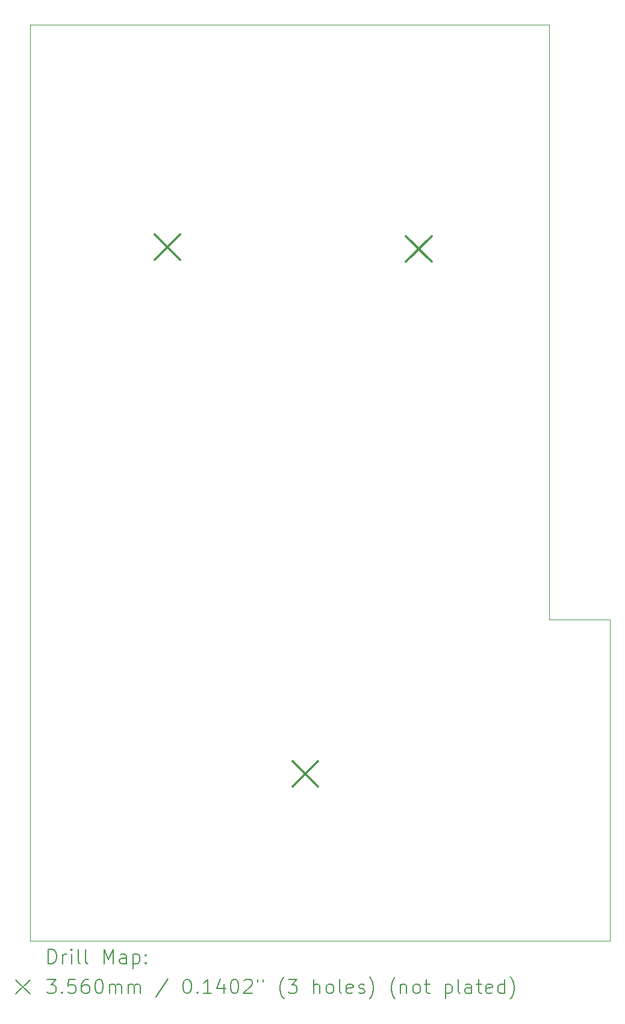
<source format=gbr>
%TF.GenerationSoftware,KiCad,Pcbnew,7.0.10*%
%TF.CreationDate,2024-05-29T19:02:38+08:00*%
%TF.ProjectId,toilet_monitoring_unit,746f696c-6574-45f6-9d6f-6e69746f7269,rev?*%
%TF.SameCoordinates,Original*%
%TF.FileFunction,Drillmap*%
%TF.FilePolarity,Positive*%
%FSLAX45Y45*%
G04 Gerber Fmt 4.5, Leading zero omitted, Abs format (unit mm)*
G04 Created by KiCad (PCBNEW 7.0.10) date 2024-05-29 19:02:38*
%MOMM*%
%LPD*%
G01*
G04 APERTURE LIST*
%ADD10C,0.100000*%
%ADD11C,0.200000*%
%ADD12C,0.356000*%
G04 APERTURE END LIST*
D10*
X15600000Y-14877500D02*
X15600000Y-15575000D01*
X14747500Y-3375000D02*
X7447500Y-3375000D01*
X15600000Y-16250000D02*
X7447500Y-16250000D01*
X7447500Y-14877500D02*
X7447500Y-16250000D01*
X7447500Y-3375000D02*
X7447500Y-13745160D01*
X15600000Y-11735000D02*
X14747500Y-11735000D01*
X7447500Y-13745160D02*
X7447500Y-14877500D01*
X14747500Y-11735000D02*
X14747500Y-3375000D01*
X15600000Y-14877500D02*
X15600000Y-11735000D01*
X15600000Y-15575000D02*
X15600000Y-16250000D01*
D11*
D12*
X9196000Y-6322000D02*
X9552000Y-6678000D01*
X9552000Y-6322000D02*
X9196000Y-6678000D01*
X11141000Y-13722000D02*
X11497000Y-14078000D01*
X11497000Y-13722000D02*
X11141000Y-14078000D01*
X12733500Y-6349500D02*
X13089500Y-6705500D01*
X13089500Y-6349500D02*
X12733500Y-6705500D01*
D11*
X7703277Y-16566484D02*
X7703277Y-16366484D01*
X7703277Y-16366484D02*
X7750896Y-16366484D01*
X7750896Y-16366484D02*
X7779467Y-16376008D01*
X7779467Y-16376008D02*
X7798515Y-16395055D01*
X7798515Y-16395055D02*
X7808039Y-16414103D01*
X7808039Y-16414103D02*
X7817562Y-16452198D01*
X7817562Y-16452198D02*
X7817562Y-16480769D01*
X7817562Y-16480769D02*
X7808039Y-16518865D01*
X7808039Y-16518865D02*
X7798515Y-16537912D01*
X7798515Y-16537912D02*
X7779467Y-16556960D01*
X7779467Y-16556960D02*
X7750896Y-16566484D01*
X7750896Y-16566484D02*
X7703277Y-16566484D01*
X7903277Y-16566484D02*
X7903277Y-16433150D01*
X7903277Y-16471246D02*
X7912801Y-16452198D01*
X7912801Y-16452198D02*
X7922324Y-16442674D01*
X7922324Y-16442674D02*
X7941372Y-16433150D01*
X7941372Y-16433150D02*
X7960420Y-16433150D01*
X8027086Y-16566484D02*
X8027086Y-16433150D01*
X8027086Y-16366484D02*
X8017562Y-16376008D01*
X8017562Y-16376008D02*
X8027086Y-16385531D01*
X8027086Y-16385531D02*
X8036610Y-16376008D01*
X8036610Y-16376008D02*
X8027086Y-16366484D01*
X8027086Y-16366484D02*
X8027086Y-16385531D01*
X8150896Y-16566484D02*
X8131848Y-16556960D01*
X8131848Y-16556960D02*
X8122324Y-16537912D01*
X8122324Y-16537912D02*
X8122324Y-16366484D01*
X8255658Y-16566484D02*
X8236610Y-16556960D01*
X8236610Y-16556960D02*
X8227086Y-16537912D01*
X8227086Y-16537912D02*
X8227086Y-16366484D01*
X8484229Y-16566484D02*
X8484229Y-16366484D01*
X8484229Y-16366484D02*
X8550896Y-16509341D01*
X8550896Y-16509341D02*
X8617563Y-16366484D01*
X8617563Y-16366484D02*
X8617563Y-16566484D01*
X8798515Y-16566484D02*
X8798515Y-16461722D01*
X8798515Y-16461722D02*
X8788991Y-16442674D01*
X8788991Y-16442674D02*
X8769944Y-16433150D01*
X8769944Y-16433150D02*
X8731848Y-16433150D01*
X8731848Y-16433150D02*
X8712801Y-16442674D01*
X8798515Y-16556960D02*
X8779467Y-16566484D01*
X8779467Y-16566484D02*
X8731848Y-16566484D01*
X8731848Y-16566484D02*
X8712801Y-16556960D01*
X8712801Y-16556960D02*
X8703277Y-16537912D01*
X8703277Y-16537912D02*
X8703277Y-16518865D01*
X8703277Y-16518865D02*
X8712801Y-16499817D01*
X8712801Y-16499817D02*
X8731848Y-16490293D01*
X8731848Y-16490293D02*
X8779467Y-16490293D01*
X8779467Y-16490293D02*
X8798515Y-16480769D01*
X8893753Y-16433150D02*
X8893753Y-16633150D01*
X8893753Y-16442674D02*
X8912801Y-16433150D01*
X8912801Y-16433150D02*
X8950896Y-16433150D01*
X8950896Y-16433150D02*
X8969944Y-16442674D01*
X8969944Y-16442674D02*
X8979467Y-16452198D01*
X8979467Y-16452198D02*
X8988991Y-16471246D01*
X8988991Y-16471246D02*
X8988991Y-16528388D01*
X8988991Y-16528388D02*
X8979467Y-16547436D01*
X8979467Y-16547436D02*
X8969944Y-16556960D01*
X8969944Y-16556960D02*
X8950896Y-16566484D01*
X8950896Y-16566484D02*
X8912801Y-16566484D01*
X8912801Y-16566484D02*
X8893753Y-16556960D01*
X9074705Y-16547436D02*
X9084229Y-16556960D01*
X9084229Y-16556960D02*
X9074705Y-16566484D01*
X9074705Y-16566484D02*
X9065182Y-16556960D01*
X9065182Y-16556960D02*
X9074705Y-16547436D01*
X9074705Y-16547436D02*
X9074705Y-16566484D01*
X9074705Y-16442674D02*
X9084229Y-16452198D01*
X9084229Y-16452198D02*
X9074705Y-16461722D01*
X9074705Y-16461722D02*
X9065182Y-16452198D01*
X9065182Y-16452198D02*
X9074705Y-16442674D01*
X9074705Y-16442674D02*
X9074705Y-16461722D01*
X7242500Y-16795000D02*
X7442500Y-16995000D01*
X7442500Y-16795000D02*
X7242500Y-16995000D01*
X7684229Y-16786484D02*
X7808039Y-16786484D01*
X7808039Y-16786484D02*
X7741372Y-16862674D01*
X7741372Y-16862674D02*
X7769943Y-16862674D01*
X7769943Y-16862674D02*
X7788991Y-16872198D01*
X7788991Y-16872198D02*
X7798515Y-16881722D01*
X7798515Y-16881722D02*
X7808039Y-16900770D01*
X7808039Y-16900770D02*
X7808039Y-16948389D01*
X7808039Y-16948389D02*
X7798515Y-16967436D01*
X7798515Y-16967436D02*
X7788991Y-16976960D01*
X7788991Y-16976960D02*
X7769943Y-16986484D01*
X7769943Y-16986484D02*
X7712801Y-16986484D01*
X7712801Y-16986484D02*
X7693753Y-16976960D01*
X7693753Y-16976960D02*
X7684229Y-16967436D01*
X7893753Y-16967436D02*
X7903277Y-16976960D01*
X7903277Y-16976960D02*
X7893753Y-16986484D01*
X7893753Y-16986484D02*
X7884229Y-16976960D01*
X7884229Y-16976960D02*
X7893753Y-16967436D01*
X7893753Y-16967436D02*
X7893753Y-16986484D01*
X8084229Y-16786484D02*
X7988991Y-16786484D01*
X7988991Y-16786484D02*
X7979467Y-16881722D01*
X7979467Y-16881722D02*
X7988991Y-16872198D01*
X7988991Y-16872198D02*
X8008039Y-16862674D01*
X8008039Y-16862674D02*
X8055658Y-16862674D01*
X8055658Y-16862674D02*
X8074705Y-16872198D01*
X8074705Y-16872198D02*
X8084229Y-16881722D01*
X8084229Y-16881722D02*
X8093753Y-16900770D01*
X8093753Y-16900770D02*
X8093753Y-16948389D01*
X8093753Y-16948389D02*
X8084229Y-16967436D01*
X8084229Y-16967436D02*
X8074705Y-16976960D01*
X8074705Y-16976960D02*
X8055658Y-16986484D01*
X8055658Y-16986484D02*
X8008039Y-16986484D01*
X8008039Y-16986484D02*
X7988991Y-16976960D01*
X7988991Y-16976960D02*
X7979467Y-16967436D01*
X8265182Y-16786484D02*
X8227086Y-16786484D01*
X8227086Y-16786484D02*
X8208039Y-16796008D01*
X8208039Y-16796008D02*
X8198515Y-16805531D01*
X8198515Y-16805531D02*
X8179467Y-16834103D01*
X8179467Y-16834103D02*
X8169943Y-16872198D01*
X8169943Y-16872198D02*
X8169943Y-16948389D01*
X8169943Y-16948389D02*
X8179467Y-16967436D01*
X8179467Y-16967436D02*
X8188991Y-16976960D01*
X8188991Y-16976960D02*
X8208039Y-16986484D01*
X8208039Y-16986484D02*
X8246134Y-16986484D01*
X8246134Y-16986484D02*
X8265182Y-16976960D01*
X8265182Y-16976960D02*
X8274705Y-16967436D01*
X8274705Y-16967436D02*
X8284229Y-16948389D01*
X8284229Y-16948389D02*
X8284229Y-16900770D01*
X8284229Y-16900770D02*
X8274705Y-16881722D01*
X8274705Y-16881722D02*
X8265182Y-16872198D01*
X8265182Y-16872198D02*
X8246134Y-16862674D01*
X8246134Y-16862674D02*
X8208039Y-16862674D01*
X8208039Y-16862674D02*
X8188991Y-16872198D01*
X8188991Y-16872198D02*
X8179467Y-16881722D01*
X8179467Y-16881722D02*
X8169943Y-16900770D01*
X8408039Y-16786484D02*
X8427086Y-16786484D01*
X8427086Y-16786484D02*
X8446134Y-16796008D01*
X8446134Y-16796008D02*
X8455658Y-16805531D01*
X8455658Y-16805531D02*
X8465182Y-16824579D01*
X8465182Y-16824579D02*
X8474705Y-16862674D01*
X8474705Y-16862674D02*
X8474705Y-16910293D01*
X8474705Y-16910293D02*
X8465182Y-16948389D01*
X8465182Y-16948389D02*
X8455658Y-16967436D01*
X8455658Y-16967436D02*
X8446134Y-16976960D01*
X8446134Y-16976960D02*
X8427086Y-16986484D01*
X8427086Y-16986484D02*
X8408039Y-16986484D01*
X8408039Y-16986484D02*
X8388991Y-16976960D01*
X8388991Y-16976960D02*
X8379467Y-16967436D01*
X8379467Y-16967436D02*
X8369943Y-16948389D01*
X8369943Y-16948389D02*
X8360420Y-16910293D01*
X8360420Y-16910293D02*
X8360420Y-16862674D01*
X8360420Y-16862674D02*
X8369943Y-16824579D01*
X8369943Y-16824579D02*
X8379467Y-16805531D01*
X8379467Y-16805531D02*
X8388991Y-16796008D01*
X8388991Y-16796008D02*
X8408039Y-16786484D01*
X8560420Y-16986484D02*
X8560420Y-16853150D01*
X8560420Y-16872198D02*
X8569944Y-16862674D01*
X8569944Y-16862674D02*
X8588991Y-16853150D01*
X8588991Y-16853150D02*
X8617563Y-16853150D01*
X8617563Y-16853150D02*
X8636610Y-16862674D01*
X8636610Y-16862674D02*
X8646134Y-16881722D01*
X8646134Y-16881722D02*
X8646134Y-16986484D01*
X8646134Y-16881722D02*
X8655658Y-16862674D01*
X8655658Y-16862674D02*
X8674705Y-16853150D01*
X8674705Y-16853150D02*
X8703277Y-16853150D01*
X8703277Y-16853150D02*
X8722325Y-16862674D01*
X8722325Y-16862674D02*
X8731848Y-16881722D01*
X8731848Y-16881722D02*
X8731848Y-16986484D01*
X8827086Y-16986484D02*
X8827086Y-16853150D01*
X8827086Y-16872198D02*
X8836610Y-16862674D01*
X8836610Y-16862674D02*
X8855658Y-16853150D01*
X8855658Y-16853150D02*
X8884229Y-16853150D01*
X8884229Y-16853150D02*
X8903277Y-16862674D01*
X8903277Y-16862674D02*
X8912801Y-16881722D01*
X8912801Y-16881722D02*
X8912801Y-16986484D01*
X8912801Y-16881722D02*
X8922325Y-16862674D01*
X8922325Y-16862674D02*
X8941372Y-16853150D01*
X8941372Y-16853150D02*
X8969944Y-16853150D01*
X8969944Y-16853150D02*
X8988991Y-16862674D01*
X8988991Y-16862674D02*
X8998515Y-16881722D01*
X8998515Y-16881722D02*
X8998515Y-16986484D01*
X9388991Y-16776960D02*
X9217563Y-17034103D01*
X9646134Y-16786484D02*
X9665182Y-16786484D01*
X9665182Y-16786484D02*
X9684229Y-16796008D01*
X9684229Y-16796008D02*
X9693753Y-16805531D01*
X9693753Y-16805531D02*
X9703277Y-16824579D01*
X9703277Y-16824579D02*
X9712801Y-16862674D01*
X9712801Y-16862674D02*
X9712801Y-16910293D01*
X9712801Y-16910293D02*
X9703277Y-16948389D01*
X9703277Y-16948389D02*
X9693753Y-16967436D01*
X9693753Y-16967436D02*
X9684229Y-16976960D01*
X9684229Y-16976960D02*
X9665182Y-16986484D01*
X9665182Y-16986484D02*
X9646134Y-16986484D01*
X9646134Y-16986484D02*
X9627087Y-16976960D01*
X9627087Y-16976960D02*
X9617563Y-16967436D01*
X9617563Y-16967436D02*
X9608039Y-16948389D01*
X9608039Y-16948389D02*
X9598515Y-16910293D01*
X9598515Y-16910293D02*
X9598515Y-16862674D01*
X9598515Y-16862674D02*
X9608039Y-16824579D01*
X9608039Y-16824579D02*
X9617563Y-16805531D01*
X9617563Y-16805531D02*
X9627087Y-16796008D01*
X9627087Y-16796008D02*
X9646134Y-16786484D01*
X9798515Y-16967436D02*
X9808039Y-16976960D01*
X9808039Y-16976960D02*
X9798515Y-16986484D01*
X9798515Y-16986484D02*
X9788991Y-16976960D01*
X9788991Y-16976960D02*
X9798515Y-16967436D01*
X9798515Y-16967436D02*
X9798515Y-16986484D01*
X9998515Y-16986484D02*
X9884229Y-16986484D01*
X9941372Y-16986484D02*
X9941372Y-16786484D01*
X9941372Y-16786484D02*
X9922325Y-16815055D01*
X9922325Y-16815055D02*
X9903277Y-16834103D01*
X9903277Y-16834103D02*
X9884229Y-16843627D01*
X10169944Y-16853150D02*
X10169944Y-16986484D01*
X10122325Y-16776960D02*
X10074706Y-16919817D01*
X10074706Y-16919817D02*
X10198515Y-16919817D01*
X10312801Y-16786484D02*
X10331849Y-16786484D01*
X10331849Y-16786484D02*
X10350896Y-16796008D01*
X10350896Y-16796008D02*
X10360420Y-16805531D01*
X10360420Y-16805531D02*
X10369944Y-16824579D01*
X10369944Y-16824579D02*
X10379468Y-16862674D01*
X10379468Y-16862674D02*
X10379468Y-16910293D01*
X10379468Y-16910293D02*
X10369944Y-16948389D01*
X10369944Y-16948389D02*
X10360420Y-16967436D01*
X10360420Y-16967436D02*
X10350896Y-16976960D01*
X10350896Y-16976960D02*
X10331849Y-16986484D01*
X10331849Y-16986484D02*
X10312801Y-16986484D01*
X10312801Y-16986484D02*
X10293753Y-16976960D01*
X10293753Y-16976960D02*
X10284229Y-16967436D01*
X10284229Y-16967436D02*
X10274706Y-16948389D01*
X10274706Y-16948389D02*
X10265182Y-16910293D01*
X10265182Y-16910293D02*
X10265182Y-16862674D01*
X10265182Y-16862674D02*
X10274706Y-16824579D01*
X10274706Y-16824579D02*
X10284229Y-16805531D01*
X10284229Y-16805531D02*
X10293753Y-16796008D01*
X10293753Y-16796008D02*
X10312801Y-16786484D01*
X10455658Y-16805531D02*
X10465182Y-16796008D01*
X10465182Y-16796008D02*
X10484229Y-16786484D01*
X10484229Y-16786484D02*
X10531849Y-16786484D01*
X10531849Y-16786484D02*
X10550896Y-16796008D01*
X10550896Y-16796008D02*
X10560420Y-16805531D01*
X10560420Y-16805531D02*
X10569944Y-16824579D01*
X10569944Y-16824579D02*
X10569944Y-16843627D01*
X10569944Y-16843627D02*
X10560420Y-16872198D01*
X10560420Y-16872198D02*
X10446134Y-16986484D01*
X10446134Y-16986484D02*
X10569944Y-16986484D01*
X10646134Y-16786484D02*
X10646134Y-16824579D01*
X10722325Y-16786484D02*
X10722325Y-16824579D01*
X11017563Y-17062674D02*
X11008039Y-17053150D01*
X11008039Y-17053150D02*
X10988991Y-17024579D01*
X10988991Y-17024579D02*
X10979468Y-17005531D01*
X10979468Y-17005531D02*
X10969944Y-16976960D01*
X10969944Y-16976960D02*
X10960420Y-16929341D01*
X10960420Y-16929341D02*
X10960420Y-16891246D01*
X10960420Y-16891246D02*
X10969944Y-16843627D01*
X10969944Y-16843627D02*
X10979468Y-16815055D01*
X10979468Y-16815055D02*
X10988991Y-16796008D01*
X10988991Y-16796008D02*
X11008039Y-16767436D01*
X11008039Y-16767436D02*
X11017563Y-16757912D01*
X11074706Y-16786484D02*
X11198515Y-16786484D01*
X11198515Y-16786484D02*
X11131849Y-16862674D01*
X11131849Y-16862674D02*
X11160420Y-16862674D01*
X11160420Y-16862674D02*
X11179468Y-16872198D01*
X11179468Y-16872198D02*
X11188991Y-16881722D01*
X11188991Y-16881722D02*
X11198515Y-16900770D01*
X11198515Y-16900770D02*
X11198515Y-16948389D01*
X11198515Y-16948389D02*
X11188991Y-16967436D01*
X11188991Y-16967436D02*
X11179468Y-16976960D01*
X11179468Y-16976960D02*
X11160420Y-16986484D01*
X11160420Y-16986484D02*
X11103277Y-16986484D01*
X11103277Y-16986484D02*
X11084230Y-16976960D01*
X11084230Y-16976960D02*
X11074706Y-16967436D01*
X11436610Y-16986484D02*
X11436610Y-16786484D01*
X11522325Y-16986484D02*
X11522325Y-16881722D01*
X11522325Y-16881722D02*
X11512801Y-16862674D01*
X11512801Y-16862674D02*
X11493753Y-16853150D01*
X11493753Y-16853150D02*
X11465182Y-16853150D01*
X11465182Y-16853150D02*
X11446134Y-16862674D01*
X11446134Y-16862674D02*
X11436610Y-16872198D01*
X11646134Y-16986484D02*
X11627087Y-16976960D01*
X11627087Y-16976960D02*
X11617563Y-16967436D01*
X11617563Y-16967436D02*
X11608039Y-16948389D01*
X11608039Y-16948389D02*
X11608039Y-16891246D01*
X11608039Y-16891246D02*
X11617563Y-16872198D01*
X11617563Y-16872198D02*
X11627087Y-16862674D01*
X11627087Y-16862674D02*
X11646134Y-16853150D01*
X11646134Y-16853150D02*
X11674706Y-16853150D01*
X11674706Y-16853150D02*
X11693753Y-16862674D01*
X11693753Y-16862674D02*
X11703277Y-16872198D01*
X11703277Y-16872198D02*
X11712801Y-16891246D01*
X11712801Y-16891246D02*
X11712801Y-16948389D01*
X11712801Y-16948389D02*
X11703277Y-16967436D01*
X11703277Y-16967436D02*
X11693753Y-16976960D01*
X11693753Y-16976960D02*
X11674706Y-16986484D01*
X11674706Y-16986484D02*
X11646134Y-16986484D01*
X11827087Y-16986484D02*
X11808039Y-16976960D01*
X11808039Y-16976960D02*
X11798515Y-16957912D01*
X11798515Y-16957912D02*
X11798515Y-16786484D01*
X11979468Y-16976960D02*
X11960420Y-16986484D01*
X11960420Y-16986484D02*
X11922325Y-16986484D01*
X11922325Y-16986484D02*
X11903277Y-16976960D01*
X11903277Y-16976960D02*
X11893753Y-16957912D01*
X11893753Y-16957912D02*
X11893753Y-16881722D01*
X11893753Y-16881722D02*
X11903277Y-16862674D01*
X11903277Y-16862674D02*
X11922325Y-16853150D01*
X11922325Y-16853150D02*
X11960420Y-16853150D01*
X11960420Y-16853150D02*
X11979468Y-16862674D01*
X11979468Y-16862674D02*
X11988991Y-16881722D01*
X11988991Y-16881722D02*
X11988991Y-16900770D01*
X11988991Y-16900770D02*
X11893753Y-16919817D01*
X12065182Y-16976960D02*
X12084230Y-16986484D01*
X12084230Y-16986484D02*
X12122325Y-16986484D01*
X12122325Y-16986484D02*
X12141372Y-16976960D01*
X12141372Y-16976960D02*
X12150896Y-16957912D01*
X12150896Y-16957912D02*
X12150896Y-16948389D01*
X12150896Y-16948389D02*
X12141372Y-16929341D01*
X12141372Y-16929341D02*
X12122325Y-16919817D01*
X12122325Y-16919817D02*
X12093753Y-16919817D01*
X12093753Y-16919817D02*
X12074706Y-16910293D01*
X12074706Y-16910293D02*
X12065182Y-16891246D01*
X12065182Y-16891246D02*
X12065182Y-16881722D01*
X12065182Y-16881722D02*
X12074706Y-16862674D01*
X12074706Y-16862674D02*
X12093753Y-16853150D01*
X12093753Y-16853150D02*
X12122325Y-16853150D01*
X12122325Y-16853150D02*
X12141372Y-16862674D01*
X12217563Y-17062674D02*
X12227087Y-17053150D01*
X12227087Y-17053150D02*
X12246134Y-17024579D01*
X12246134Y-17024579D02*
X12255658Y-17005531D01*
X12255658Y-17005531D02*
X12265182Y-16976960D01*
X12265182Y-16976960D02*
X12274706Y-16929341D01*
X12274706Y-16929341D02*
X12274706Y-16891246D01*
X12274706Y-16891246D02*
X12265182Y-16843627D01*
X12265182Y-16843627D02*
X12255658Y-16815055D01*
X12255658Y-16815055D02*
X12246134Y-16796008D01*
X12246134Y-16796008D02*
X12227087Y-16767436D01*
X12227087Y-16767436D02*
X12217563Y-16757912D01*
X12579468Y-17062674D02*
X12569944Y-17053150D01*
X12569944Y-17053150D02*
X12550896Y-17024579D01*
X12550896Y-17024579D02*
X12541372Y-17005531D01*
X12541372Y-17005531D02*
X12531849Y-16976960D01*
X12531849Y-16976960D02*
X12522325Y-16929341D01*
X12522325Y-16929341D02*
X12522325Y-16891246D01*
X12522325Y-16891246D02*
X12531849Y-16843627D01*
X12531849Y-16843627D02*
X12541372Y-16815055D01*
X12541372Y-16815055D02*
X12550896Y-16796008D01*
X12550896Y-16796008D02*
X12569944Y-16767436D01*
X12569944Y-16767436D02*
X12579468Y-16757912D01*
X12655658Y-16853150D02*
X12655658Y-16986484D01*
X12655658Y-16872198D02*
X12665182Y-16862674D01*
X12665182Y-16862674D02*
X12684230Y-16853150D01*
X12684230Y-16853150D02*
X12712801Y-16853150D01*
X12712801Y-16853150D02*
X12731849Y-16862674D01*
X12731849Y-16862674D02*
X12741372Y-16881722D01*
X12741372Y-16881722D02*
X12741372Y-16986484D01*
X12865182Y-16986484D02*
X12846134Y-16976960D01*
X12846134Y-16976960D02*
X12836611Y-16967436D01*
X12836611Y-16967436D02*
X12827087Y-16948389D01*
X12827087Y-16948389D02*
X12827087Y-16891246D01*
X12827087Y-16891246D02*
X12836611Y-16872198D01*
X12836611Y-16872198D02*
X12846134Y-16862674D01*
X12846134Y-16862674D02*
X12865182Y-16853150D01*
X12865182Y-16853150D02*
X12893753Y-16853150D01*
X12893753Y-16853150D02*
X12912801Y-16862674D01*
X12912801Y-16862674D02*
X12922325Y-16872198D01*
X12922325Y-16872198D02*
X12931849Y-16891246D01*
X12931849Y-16891246D02*
X12931849Y-16948389D01*
X12931849Y-16948389D02*
X12922325Y-16967436D01*
X12922325Y-16967436D02*
X12912801Y-16976960D01*
X12912801Y-16976960D02*
X12893753Y-16986484D01*
X12893753Y-16986484D02*
X12865182Y-16986484D01*
X12988992Y-16853150D02*
X13065182Y-16853150D01*
X13017563Y-16786484D02*
X13017563Y-16957912D01*
X13017563Y-16957912D02*
X13027087Y-16976960D01*
X13027087Y-16976960D02*
X13046134Y-16986484D01*
X13046134Y-16986484D02*
X13065182Y-16986484D01*
X13284230Y-16853150D02*
X13284230Y-17053150D01*
X13284230Y-16862674D02*
X13303277Y-16853150D01*
X13303277Y-16853150D02*
X13341373Y-16853150D01*
X13341373Y-16853150D02*
X13360420Y-16862674D01*
X13360420Y-16862674D02*
X13369944Y-16872198D01*
X13369944Y-16872198D02*
X13379468Y-16891246D01*
X13379468Y-16891246D02*
X13379468Y-16948389D01*
X13379468Y-16948389D02*
X13369944Y-16967436D01*
X13369944Y-16967436D02*
X13360420Y-16976960D01*
X13360420Y-16976960D02*
X13341373Y-16986484D01*
X13341373Y-16986484D02*
X13303277Y-16986484D01*
X13303277Y-16986484D02*
X13284230Y-16976960D01*
X13493753Y-16986484D02*
X13474706Y-16976960D01*
X13474706Y-16976960D02*
X13465182Y-16957912D01*
X13465182Y-16957912D02*
X13465182Y-16786484D01*
X13655658Y-16986484D02*
X13655658Y-16881722D01*
X13655658Y-16881722D02*
X13646134Y-16862674D01*
X13646134Y-16862674D02*
X13627087Y-16853150D01*
X13627087Y-16853150D02*
X13588992Y-16853150D01*
X13588992Y-16853150D02*
X13569944Y-16862674D01*
X13655658Y-16976960D02*
X13636611Y-16986484D01*
X13636611Y-16986484D02*
X13588992Y-16986484D01*
X13588992Y-16986484D02*
X13569944Y-16976960D01*
X13569944Y-16976960D02*
X13560420Y-16957912D01*
X13560420Y-16957912D02*
X13560420Y-16938865D01*
X13560420Y-16938865D02*
X13569944Y-16919817D01*
X13569944Y-16919817D02*
X13588992Y-16910293D01*
X13588992Y-16910293D02*
X13636611Y-16910293D01*
X13636611Y-16910293D02*
X13655658Y-16900770D01*
X13722325Y-16853150D02*
X13798515Y-16853150D01*
X13750896Y-16786484D02*
X13750896Y-16957912D01*
X13750896Y-16957912D02*
X13760420Y-16976960D01*
X13760420Y-16976960D02*
X13779468Y-16986484D01*
X13779468Y-16986484D02*
X13798515Y-16986484D01*
X13941373Y-16976960D02*
X13922325Y-16986484D01*
X13922325Y-16986484D02*
X13884230Y-16986484D01*
X13884230Y-16986484D02*
X13865182Y-16976960D01*
X13865182Y-16976960D02*
X13855658Y-16957912D01*
X13855658Y-16957912D02*
X13855658Y-16881722D01*
X13855658Y-16881722D02*
X13865182Y-16862674D01*
X13865182Y-16862674D02*
X13884230Y-16853150D01*
X13884230Y-16853150D02*
X13922325Y-16853150D01*
X13922325Y-16853150D02*
X13941373Y-16862674D01*
X13941373Y-16862674D02*
X13950896Y-16881722D01*
X13950896Y-16881722D02*
X13950896Y-16900770D01*
X13950896Y-16900770D02*
X13855658Y-16919817D01*
X14122325Y-16986484D02*
X14122325Y-16786484D01*
X14122325Y-16976960D02*
X14103277Y-16986484D01*
X14103277Y-16986484D02*
X14065182Y-16986484D01*
X14065182Y-16986484D02*
X14046134Y-16976960D01*
X14046134Y-16976960D02*
X14036611Y-16967436D01*
X14036611Y-16967436D02*
X14027087Y-16948389D01*
X14027087Y-16948389D02*
X14027087Y-16891246D01*
X14027087Y-16891246D02*
X14036611Y-16872198D01*
X14036611Y-16872198D02*
X14046134Y-16862674D01*
X14046134Y-16862674D02*
X14065182Y-16853150D01*
X14065182Y-16853150D02*
X14103277Y-16853150D01*
X14103277Y-16853150D02*
X14122325Y-16862674D01*
X14198515Y-17062674D02*
X14208039Y-17053150D01*
X14208039Y-17053150D02*
X14227087Y-17024579D01*
X14227087Y-17024579D02*
X14236611Y-17005531D01*
X14236611Y-17005531D02*
X14246134Y-16976960D01*
X14246134Y-16976960D02*
X14255658Y-16929341D01*
X14255658Y-16929341D02*
X14255658Y-16891246D01*
X14255658Y-16891246D02*
X14246134Y-16843627D01*
X14246134Y-16843627D02*
X14236611Y-16815055D01*
X14236611Y-16815055D02*
X14227087Y-16796008D01*
X14227087Y-16796008D02*
X14208039Y-16767436D01*
X14208039Y-16767436D02*
X14198515Y-16757912D01*
M02*

</source>
